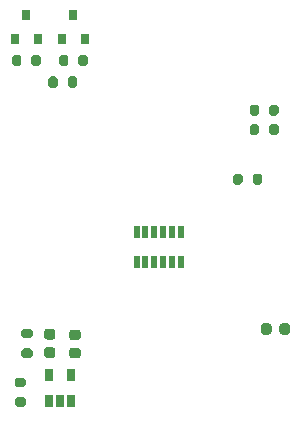
<source format=gbr>
%TF.GenerationSoftware,KiCad,Pcbnew,(5.1.9)-1*%
%TF.CreationDate,2021-05-21T15:12:25+01:00*%
%TF.ProjectId,NosepokeV1.0,4e6f7365-706f-46b6-9556-312e302e6b69,rev?*%
%TF.SameCoordinates,Original*%
%TF.FileFunction,Paste,Top*%
%TF.FilePolarity,Positive*%
%FSLAX46Y46*%
G04 Gerber Fmt 4.6, Leading zero omitted, Abs format (unit mm)*
G04 Created by KiCad (PCBNEW (5.1.9)-1) date 2021-05-21 15:12:25*
%MOMM*%
%LPD*%
G01*
G04 APERTURE LIST*
%ADD10R,0.650000X1.060000*%
%ADD11R,0.800000X0.900000*%
%ADD12R,0.508000X1.016000*%
G04 APERTURE END LIST*
%TO.C,R6*%
G36*
G01*
X21101500Y-16489000D02*
X21101500Y-17039000D01*
G75*
G02*
X20901500Y-17239000I-200000J0D01*
G01*
X20501500Y-17239000D01*
G75*
G02*
X20301500Y-17039000I0J200000D01*
G01*
X20301500Y-16489000D01*
G75*
G02*
X20501500Y-16289000I200000J0D01*
G01*
X20901500Y-16289000D01*
G75*
G02*
X21101500Y-16489000I0J-200000D01*
G01*
G37*
G36*
G01*
X22751500Y-16489000D02*
X22751500Y-17039000D01*
G75*
G02*
X22551500Y-17239000I-200000J0D01*
G01*
X22151500Y-17239000D01*
G75*
G02*
X21951500Y-17039000I0J200000D01*
G01*
X21951500Y-16489000D01*
G75*
G02*
X22151500Y-16289000I200000J0D01*
G01*
X22551500Y-16289000D01*
G75*
G02*
X22751500Y-16489000I0J-200000D01*
G01*
G37*
%TD*%
D10*
%TO.C,U2*%
X4701500Y-33380500D03*
X6601500Y-33380500D03*
X6601500Y-35580500D03*
X5651500Y-35580500D03*
X4701500Y-35580500D03*
%TD*%
D11*
%TO.C,Q1*%
X1844000Y-4878580D03*
X3744000Y-4878580D03*
X2794000Y-2878580D03*
%TD*%
%TO.C,Q2*%
X5831800Y-4878580D03*
X7731800Y-4878580D03*
X6781800Y-2878580D03*
%TD*%
%TO.C,R5*%
G36*
G01*
X22498500Y-12298000D02*
X22498500Y-12848000D01*
G75*
G02*
X22298500Y-13048000I-200000J0D01*
G01*
X21898500Y-13048000D01*
G75*
G02*
X21698500Y-12848000I0J200000D01*
G01*
X21698500Y-12298000D01*
G75*
G02*
X21898500Y-12098000I200000J0D01*
G01*
X22298500Y-12098000D01*
G75*
G02*
X22498500Y-12298000I0J-200000D01*
G01*
G37*
G36*
G01*
X24148500Y-12298000D02*
X24148500Y-12848000D01*
G75*
G02*
X23948500Y-13048000I-200000J0D01*
G01*
X23548500Y-13048000D01*
G75*
G02*
X23348500Y-12848000I0J200000D01*
G01*
X23348500Y-12298000D01*
G75*
G02*
X23548500Y-12098000I200000J0D01*
G01*
X23948500Y-12098000D01*
G75*
G02*
X24148500Y-12298000I0J-200000D01*
G01*
G37*
%TD*%
%TO.C,R4*%
G36*
G01*
X22498500Y-10647000D02*
X22498500Y-11197000D01*
G75*
G02*
X22298500Y-11397000I-200000J0D01*
G01*
X21898500Y-11397000D01*
G75*
G02*
X21698500Y-11197000I0J200000D01*
G01*
X21698500Y-10647000D01*
G75*
G02*
X21898500Y-10447000I200000J0D01*
G01*
X22298500Y-10447000D01*
G75*
G02*
X22498500Y-10647000I0J-200000D01*
G01*
G37*
G36*
G01*
X24148500Y-10647000D02*
X24148500Y-11197000D01*
G75*
G02*
X23948500Y-11397000I-200000J0D01*
G01*
X23548500Y-11397000D01*
G75*
G02*
X23348500Y-11197000I0J200000D01*
G01*
X23348500Y-10647000D01*
G75*
G02*
X23548500Y-10447000I200000J0D01*
G01*
X23948500Y-10447000D01*
G75*
G02*
X24148500Y-10647000I0J-200000D01*
G01*
G37*
%TD*%
%TO.C,R1*%
G36*
G01*
X2561000Y-34373500D02*
X2011000Y-34373500D01*
G75*
G02*
X1811000Y-34173500I0J200000D01*
G01*
X1811000Y-33773500D01*
G75*
G02*
X2011000Y-33573500I200000J0D01*
G01*
X2561000Y-33573500D01*
G75*
G02*
X2761000Y-33773500I0J-200000D01*
G01*
X2761000Y-34173500D01*
G75*
G02*
X2561000Y-34373500I-200000J0D01*
G01*
G37*
G36*
G01*
X2561000Y-36023500D02*
X2011000Y-36023500D01*
G75*
G02*
X1811000Y-35823500I0J200000D01*
G01*
X1811000Y-35423500D01*
G75*
G02*
X2011000Y-35223500I200000J0D01*
G01*
X2561000Y-35223500D01*
G75*
G02*
X2761000Y-35423500I0J-200000D01*
G01*
X2761000Y-35823500D01*
G75*
G02*
X2561000Y-36023500I-200000J0D01*
G01*
G37*
%TD*%
%TO.C,R3*%
G36*
G01*
X1569000Y-6998380D02*
X1569000Y-6448380D01*
G75*
G02*
X1769000Y-6248380I200000J0D01*
G01*
X2169000Y-6248380D01*
G75*
G02*
X2369000Y-6448380I0J-200000D01*
G01*
X2369000Y-6998380D01*
G75*
G02*
X2169000Y-7198380I-200000J0D01*
G01*
X1769000Y-7198380D01*
G75*
G02*
X1569000Y-6998380I0J200000D01*
G01*
G37*
G36*
G01*
X3219000Y-6998380D02*
X3219000Y-6448380D01*
G75*
G02*
X3419000Y-6248380I200000J0D01*
G01*
X3819000Y-6248380D01*
G75*
G02*
X4019000Y-6448380I0J-200000D01*
G01*
X4019000Y-6998380D01*
G75*
G02*
X3819000Y-7198380I-200000J0D01*
G01*
X3419000Y-7198380D01*
G75*
G02*
X3219000Y-6998380I0J200000D01*
G01*
G37*
%TD*%
%TO.C,R2*%
G36*
G01*
X5556800Y-6998380D02*
X5556800Y-6448380D01*
G75*
G02*
X5756800Y-6248380I200000J0D01*
G01*
X6156800Y-6248380D01*
G75*
G02*
X6356800Y-6448380I0J-200000D01*
G01*
X6356800Y-6998380D01*
G75*
G02*
X6156800Y-7198380I-200000J0D01*
G01*
X5756800Y-7198380D01*
G75*
G02*
X5556800Y-6998380I0J200000D01*
G01*
G37*
G36*
G01*
X7206800Y-6998380D02*
X7206800Y-6448380D01*
G75*
G02*
X7406800Y-6248380I200000J0D01*
G01*
X7806800Y-6248380D01*
G75*
G02*
X8006800Y-6448380I0J-200000D01*
G01*
X8006800Y-6998380D01*
G75*
G02*
X7806800Y-7198380I-200000J0D01*
G01*
X7406800Y-7198380D01*
G75*
G02*
X7206800Y-6998380I0J200000D01*
G01*
G37*
%TD*%
%TO.C,R7*%
G36*
G01*
X4650020Y-8819560D02*
X4650020Y-8269560D01*
G75*
G02*
X4850020Y-8069560I200000J0D01*
G01*
X5250020Y-8069560D01*
G75*
G02*
X5450020Y-8269560I0J-200000D01*
G01*
X5450020Y-8819560D01*
G75*
G02*
X5250020Y-9019560I-200000J0D01*
G01*
X4850020Y-9019560D01*
G75*
G02*
X4650020Y-8819560I0J200000D01*
G01*
G37*
G36*
G01*
X6300020Y-8819560D02*
X6300020Y-8269560D01*
G75*
G02*
X6500020Y-8069560I200000J0D01*
G01*
X6900020Y-8069560D01*
G75*
G02*
X7100020Y-8269560I0J-200000D01*
G01*
X7100020Y-8819560D01*
G75*
G02*
X6900020Y-9019560I-200000J0D01*
G01*
X6500020Y-9019560D01*
G75*
G02*
X6300020Y-8819560I0J200000D01*
G01*
G37*
%TD*%
%TO.C,R8*%
G36*
G01*
X3132500Y-30245500D02*
X2582500Y-30245500D01*
G75*
G02*
X2382500Y-30045500I0J200000D01*
G01*
X2382500Y-29645500D01*
G75*
G02*
X2582500Y-29445500I200000J0D01*
G01*
X3132500Y-29445500D01*
G75*
G02*
X3332500Y-29645500I0J-200000D01*
G01*
X3332500Y-30045500D01*
G75*
G02*
X3132500Y-30245500I-200000J0D01*
G01*
G37*
G36*
G01*
X3132500Y-31895500D02*
X2582500Y-31895500D01*
G75*
G02*
X2382500Y-31695500I0J200000D01*
G01*
X2382500Y-31295500D01*
G75*
G02*
X2582500Y-31095500I200000J0D01*
G01*
X3132500Y-31095500D01*
G75*
G02*
X3332500Y-31295500I0J-200000D01*
G01*
X3332500Y-31695500D01*
G75*
G02*
X3132500Y-31895500I-200000J0D01*
G01*
G37*
%TD*%
%TO.C,C2*%
G36*
G01*
X5025200Y-30345500D02*
X4525200Y-30345500D01*
G75*
G02*
X4300200Y-30120500I0J225000D01*
G01*
X4300200Y-29670500D01*
G75*
G02*
X4525200Y-29445500I225000J0D01*
G01*
X5025200Y-29445500D01*
G75*
G02*
X5250200Y-29670500I0J-225000D01*
G01*
X5250200Y-30120500D01*
G75*
G02*
X5025200Y-30345500I-225000J0D01*
G01*
G37*
G36*
G01*
X5025200Y-31895500D02*
X4525200Y-31895500D01*
G75*
G02*
X4300200Y-31670500I0J225000D01*
G01*
X4300200Y-31220500D01*
G75*
G02*
X4525200Y-30995500I225000J0D01*
G01*
X5025200Y-30995500D01*
G75*
G02*
X5250200Y-31220500I0J-225000D01*
G01*
X5250200Y-31670500D01*
G75*
G02*
X5025200Y-31895500I-225000J0D01*
G01*
G37*
%TD*%
D12*
%TO.C,U1*%
X15875000Y-21255400D03*
X15124999Y-21255400D03*
X14375001Y-21255400D03*
X13624999Y-21255400D03*
X12875001Y-21255400D03*
X12125000Y-21255400D03*
X12125000Y-23744600D03*
X12875001Y-23744600D03*
X13624999Y-23744600D03*
X14375001Y-23744600D03*
X15124999Y-23744600D03*
X15875000Y-23744600D03*
%TD*%
%TO.C,C1*%
G36*
G01*
X24216240Y-29701300D02*
X24216240Y-29201300D01*
G75*
G02*
X24441240Y-28976300I225000J0D01*
G01*
X24891240Y-28976300D01*
G75*
G02*
X25116240Y-29201300I0J-225000D01*
G01*
X25116240Y-29701300D01*
G75*
G02*
X24891240Y-29926300I-225000J0D01*
G01*
X24441240Y-29926300D01*
G75*
G02*
X24216240Y-29701300I0J225000D01*
G01*
G37*
G36*
G01*
X22666240Y-29701300D02*
X22666240Y-29201300D01*
G75*
G02*
X22891240Y-28976300I225000J0D01*
G01*
X23341240Y-28976300D01*
G75*
G02*
X23566240Y-29201300I0J-225000D01*
G01*
X23566240Y-29701300D01*
G75*
G02*
X23341240Y-29926300I-225000J0D01*
G01*
X22891240Y-29926300D01*
G75*
G02*
X22666240Y-29701300I0J225000D01*
G01*
G37*
%TD*%
%TO.C,C3*%
G36*
G01*
X7158800Y-30396300D02*
X6658800Y-30396300D01*
G75*
G02*
X6433800Y-30171300I0J225000D01*
G01*
X6433800Y-29721300D01*
G75*
G02*
X6658800Y-29496300I225000J0D01*
G01*
X7158800Y-29496300D01*
G75*
G02*
X7383800Y-29721300I0J-225000D01*
G01*
X7383800Y-30171300D01*
G75*
G02*
X7158800Y-30396300I-225000J0D01*
G01*
G37*
G36*
G01*
X7158800Y-31946300D02*
X6658800Y-31946300D01*
G75*
G02*
X6433800Y-31721300I0J225000D01*
G01*
X6433800Y-31271300D01*
G75*
G02*
X6658800Y-31046300I225000J0D01*
G01*
X7158800Y-31046300D01*
G75*
G02*
X7383800Y-31271300I0J-225000D01*
G01*
X7383800Y-31721300D01*
G75*
G02*
X7158800Y-31946300I-225000J0D01*
G01*
G37*
%TD*%
M02*

</source>
